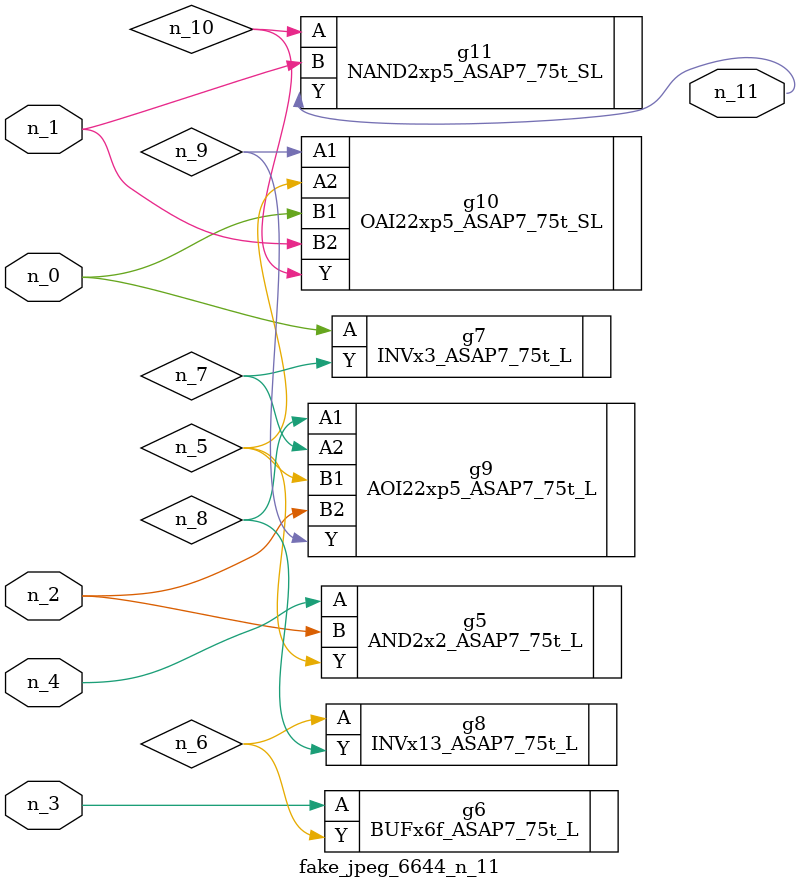
<source format=v>
module fake_jpeg_6644_n_11 (n_3, n_2, n_1, n_0, n_4, n_11);

input n_3;
input n_2;
input n_1;
input n_0;
input n_4;

output n_11;

wire n_10;
wire n_8;
wire n_9;
wire n_6;
wire n_5;
wire n_7;

AND2x2_ASAP7_75t_L g5 ( 
.A(n_4),
.B(n_2),
.Y(n_5)
);

BUFx6f_ASAP7_75t_L g6 ( 
.A(n_3),
.Y(n_6)
);

INVx3_ASAP7_75t_L g7 ( 
.A(n_0),
.Y(n_7)
);

INVx13_ASAP7_75t_L g8 ( 
.A(n_6),
.Y(n_8)
);

AOI22xp5_ASAP7_75t_L g9 ( 
.A1(n_8),
.A2(n_7),
.B1(n_5),
.B2(n_2),
.Y(n_9)
);

OAI22xp5_ASAP7_75t_SL g10 ( 
.A1(n_9),
.A2(n_5),
.B1(n_0),
.B2(n_1),
.Y(n_10)
);

NAND2xp5_ASAP7_75t_SL g11 ( 
.A(n_10),
.B(n_1),
.Y(n_11)
);


endmodule
</source>
